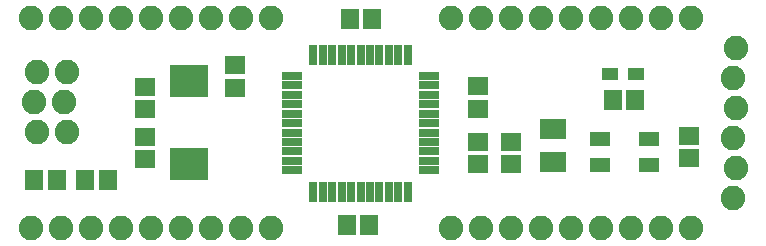
<source format=gts>
G75*
G70*
%OFA0B0*%
%FSLAX24Y24*%
%IPPOS*%
%LPD*%
%AMOC8*
5,1,8,0,0,1.08239X$1,22.5*
%
%ADD10R,0.0671X0.0277*%
%ADD11R,0.0277X0.0671*%
%ADD12R,0.0710X0.0592*%
%ADD13R,0.0592X0.0710*%
%ADD14R,0.0867X0.0710*%
%ADD15C,0.0820*%
%ADD16R,0.0580X0.0400*%
%ADD17R,0.0671X0.0474*%
%ADD18R,0.1261X0.1064*%
D10*
X010867Y003565D03*
X010867Y003880D03*
X010867Y004195D03*
X010867Y004510D03*
X010867Y004825D03*
X010867Y005140D03*
X010867Y005455D03*
X010867Y005770D03*
X010867Y006085D03*
X010867Y006400D03*
X010867Y006715D03*
X015433Y006715D03*
X015433Y006400D03*
X015433Y006085D03*
X015433Y005770D03*
X015433Y005455D03*
X015433Y005140D03*
X015433Y004825D03*
X015433Y004510D03*
X015433Y004195D03*
X015433Y003880D03*
X015433Y003565D03*
D11*
X014725Y002857D03*
X014410Y002857D03*
X014095Y002857D03*
X013780Y002857D03*
X013465Y002857D03*
X013150Y002857D03*
X012835Y002857D03*
X012520Y002857D03*
X012205Y002857D03*
X011890Y002857D03*
X011575Y002857D03*
X011575Y007423D03*
X011890Y007423D03*
X012205Y007423D03*
X012520Y007423D03*
X012835Y007423D03*
X013150Y007423D03*
X013465Y007423D03*
X013780Y007423D03*
X014095Y007423D03*
X014410Y007423D03*
X014725Y007423D03*
D12*
X017050Y006374D03*
X017050Y005626D03*
X017070Y004524D03*
X018150Y004524D03*
X018150Y003776D03*
X017070Y003776D03*
X024090Y003966D03*
X024090Y004714D03*
X008950Y006316D03*
X008950Y007064D03*
X005980Y006344D03*
X005980Y005596D03*
X005980Y004684D03*
X005980Y003936D03*
D13*
X004724Y003250D03*
X003976Y003250D03*
X003024Y003250D03*
X002276Y003250D03*
X012686Y001730D03*
X013434Y001730D03*
X021566Y005920D03*
X022314Y005920D03*
X013544Y008600D03*
X012796Y008600D03*
D14*
X019560Y004951D03*
X019560Y003849D03*
D15*
X002150Y001650D03*
X003150Y001650D03*
X004150Y001650D03*
X005150Y001650D03*
X006150Y001650D03*
X007150Y001650D03*
X008150Y001650D03*
X009150Y001650D03*
X010150Y001650D03*
X016150Y001650D03*
X017150Y001650D03*
X018150Y001650D03*
X019150Y001650D03*
X020150Y001650D03*
X021150Y001650D03*
X022150Y001650D03*
X023150Y001650D03*
X024150Y001650D03*
X025550Y002650D03*
X025650Y003650D03*
X025550Y004650D03*
X025650Y005650D03*
X025550Y006650D03*
X025650Y007650D03*
X024150Y008650D03*
X023150Y008650D03*
X022150Y008650D03*
X021150Y008650D03*
X020150Y008650D03*
X019150Y008650D03*
X018150Y008650D03*
X017150Y008650D03*
X016150Y008650D03*
X010150Y008650D03*
X009150Y008650D03*
X008150Y008650D03*
X007150Y008650D03*
X006150Y008650D03*
X005150Y008650D03*
X004150Y008650D03*
X003150Y008650D03*
X002150Y008650D03*
X002350Y006850D03*
X003350Y006850D03*
X003250Y005850D03*
X002250Y005850D03*
X002350Y004850D03*
X003350Y004850D03*
D16*
X021460Y006790D03*
X022340Y006790D03*
D17*
X022777Y004603D03*
X021143Y004603D03*
X021143Y003757D03*
X022777Y003757D03*
D18*
X007430Y003792D03*
X007430Y006548D03*
M02*

</source>
